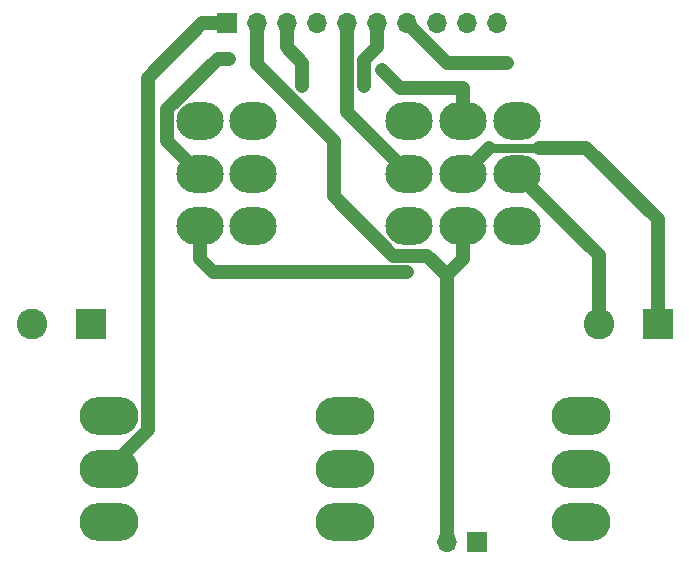
<source format=gtl>
G04 #@! TF.GenerationSoftware,KiCad,Pcbnew,5.1.10*
G04 #@! TF.CreationDate,2021-06-29T02:58:05-05:00*
G04 #@! TF.ProjectId,Power Board,506f7765-7220-4426-9f61-72642e6b6963,rev?*
G04 #@! TF.SameCoordinates,Original*
G04 #@! TF.FileFunction,Copper,L1,Top*
G04 #@! TF.FilePolarity,Positive*
%FSLAX46Y46*%
G04 Gerber Fmt 4.6, Leading zero omitted, Abs format (unit mm)*
G04 Created by KiCad (PCBNEW 5.1.10) date 2021-06-29 02:58:05*
%MOMM*%
%LPD*%
G01*
G04 APERTURE LIST*
G04 #@! TA.AperFunction,ComponentPad*
%ADD10C,2.600000*%
G04 #@! TD*
G04 #@! TA.AperFunction,ComponentPad*
%ADD11R,2.600000X2.600000*%
G04 #@! TD*
G04 #@! TA.AperFunction,ComponentPad*
%ADD12O,4.000000X3.200000*%
G04 #@! TD*
G04 #@! TA.AperFunction,ComponentPad*
%ADD13O,5.000000X3.200000*%
G04 #@! TD*
G04 #@! TA.AperFunction,ComponentPad*
%ADD14O,1.700000X1.700000*%
G04 #@! TD*
G04 #@! TA.AperFunction,ComponentPad*
%ADD15R,1.700000X1.700000*%
G04 #@! TD*
G04 #@! TA.AperFunction,ViaPad*
%ADD16C,0.800000*%
G04 #@! TD*
G04 #@! TA.AperFunction,Conductor*
%ADD17C,1.200000*%
G04 #@! TD*
G04 #@! TA.AperFunction,Conductor*
%ADD18C,0.800000*%
G04 #@! TD*
G04 APERTURE END LIST*
D10*
X89000000Y-158250000D03*
D11*
X94000000Y-158250000D03*
D12*
X59750000Y-141050000D03*
X59750000Y-149950000D03*
X59750000Y-145500000D03*
X55250000Y-149950000D03*
X55250000Y-145500000D03*
X55250000Y-141050000D03*
X72900000Y-149950000D03*
X72900000Y-141050000D03*
X72900000Y-145500000D03*
X77500000Y-141050000D03*
X77500000Y-145500000D03*
X77500000Y-149950000D03*
X82100000Y-149950000D03*
X82100000Y-141050000D03*
X82100000Y-145500000D03*
D10*
X41000000Y-158250000D03*
D11*
X46000000Y-158250000D03*
D13*
X67500000Y-166050000D03*
X67500000Y-170500000D03*
X67500000Y-174950000D03*
D14*
X76154000Y-176720000D03*
D15*
X78694000Y-176720000D03*
D13*
X47500000Y-166050000D03*
X47500000Y-170500000D03*
X47500000Y-174950000D03*
X87500000Y-166050000D03*
X87500000Y-170500000D03*
X87500000Y-174950000D03*
D14*
X80360000Y-132750000D03*
X77820000Y-132750000D03*
X75280000Y-132750000D03*
X72740000Y-132750000D03*
X70200000Y-132750000D03*
X67660000Y-132750000D03*
X65120000Y-132750000D03*
X62580000Y-132750000D03*
X60040000Y-132750000D03*
D15*
X57500000Y-132750000D03*
D16*
X57689500Y-135768900D03*
X81256400Y-136123800D03*
X70653100Y-136704800D03*
X69133800Y-138112600D03*
X72807900Y-153829000D03*
X63886700Y-138093800D03*
D17*
X76154000Y-176720000D02*
X76154000Y-174670000D01*
X74486700Y-152428700D02*
X76154000Y-154096000D01*
X71559200Y-152428700D02*
X74486700Y-152428700D01*
X66546000Y-147415500D02*
X71559200Y-152428700D01*
X66546000Y-142733400D02*
X66546000Y-147415500D01*
X60040000Y-136227400D02*
X66546000Y-142733400D01*
X60040000Y-134800000D02*
X60040000Y-136227400D01*
X77500000Y-149950000D02*
X77500000Y-152750000D01*
X60040000Y-132750000D02*
X60040000Y-134800000D01*
X76154000Y-154096000D02*
X77500000Y-152750000D01*
X76154000Y-174670000D02*
X76154000Y-154096000D01*
X56725000Y-135768900D02*
X57689500Y-135768900D01*
X52438000Y-140055900D02*
X56725000Y-135768900D01*
X52438000Y-142688000D02*
X52438000Y-140055900D01*
X55250000Y-145500000D02*
X52438000Y-142688000D01*
X76113800Y-136123800D02*
X72740000Y-132750000D01*
X81256400Y-136123800D02*
X76113800Y-136123800D01*
X67660000Y-140260000D02*
X67660000Y-134800000D01*
X72900000Y-145500000D02*
X67660000Y-140260000D01*
X67660000Y-132750000D02*
X67660000Y-134800000D01*
X77500000Y-141050000D02*
X77500000Y-138250000D01*
X72198300Y-138250000D02*
X70653100Y-136704800D01*
X77500000Y-138250000D02*
X72198300Y-138250000D01*
X89000000Y-152400000D02*
X89000000Y-158250000D01*
X82100000Y-145500000D02*
X89000000Y-152400000D01*
D18*
X79700000Y-143300000D02*
X83950000Y-143300000D01*
D17*
X77500000Y-145500000D02*
X79700000Y-143300000D01*
X83950000Y-143300000D02*
X87950000Y-143300000D01*
X94000000Y-149350000D02*
X94000000Y-158250000D01*
X87950000Y-143300000D02*
X94000000Y-149350000D01*
X69133800Y-135866200D02*
X69133800Y-138112600D01*
X70200000Y-134800000D02*
X69133800Y-135866200D01*
X70200000Y-132750000D02*
X70200000Y-134800000D01*
X57500000Y-132750000D02*
X55450000Y-132750000D01*
X50836700Y-167163300D02*
X47500000Y-170500000D01*
X50836700Y-137363300D02*
X50836700Y-167163300D01*
X55450000Y-132750000D02*
X50836700Y-137363300D01*
X56329000Y-153829000D02*
X72807900Y-153829000D01*
X55250000Y-152750000D02*
X56329000Y-153829000D01*
X55250000Y-149950000D02*
X55250000Y-152750000D01*
X63886700Y-136106700D02*
X62580000Y-134800000D01*
X63886700Y-138093800D02*
X63886700Y-136106700D01*
X62580000Y-132750000D02*
X62580000Y-134800000D01*
M02*

</source>
